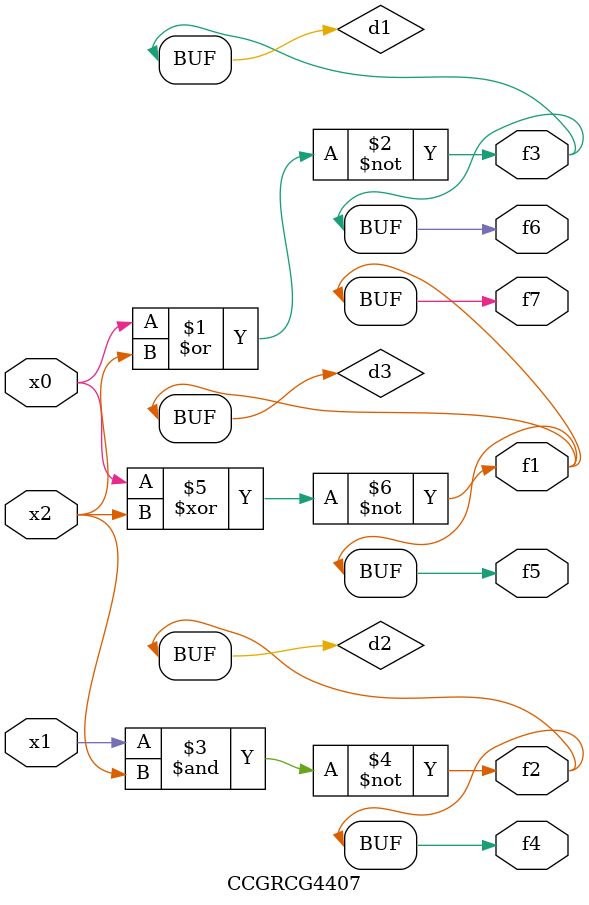
<source format=v>
module CCGRCG4407(
	input x0, x1, x2,
	output f1, f2, f3, f4, f5, f6, f7
);

	wire d1, d2, d3;

	nor (d1, x0, x2);
	nand (d2, x1, x2);
	xnor (d3, x0, x2);
	assign f1 = d3;
	assign f2 = d2;
	assign f3 = d1;
	assign f4 = d2;
	assign f5 = d3;
	assign f6 = d1;
	assign f7 = d3;
endmodule

</source>
